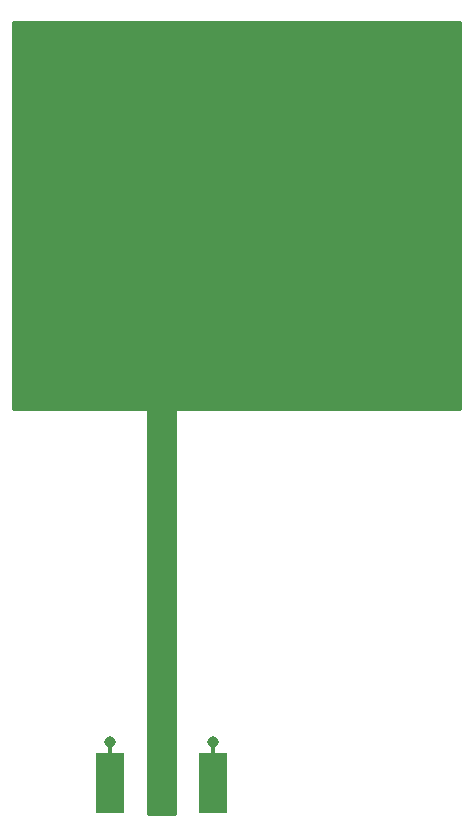
<source format=gbr>
G04 #@! TF.FileFunction,Copper,L1,Top,Signal*
%FSLAX46Y46*%
G04 Gerber Fmt 4.6, Leading zero omitted, Abs format (unit mm)*
G04 Created by KiCad (PCBNEW 4.0.5) date 02/15/17 17:22:41*
%MOMM*%
%LPD*%
G01*
G04 APERTURE LIST*
%ADD10C,0.100000*%
%ADD11R,2.290000X5.080000*%
%ADD12R,2.420000X5.080000*%
%ADD13C,0.970000*%
%ADD14R,0.460000X0.890000*%
%ADD15C,0.254000*%
G04 APERTURE END LIST*
D10*
D11*
X128905000Y-123640000D03*
D12*
X124525000Y-123640000D03*
X133285000Y-123640000D03*
D13*
X124525000Y-120200000D03*
X133285000Y-120200000D03*
D14*
X124525000Y-120650000D03*
X133285000Y-120650000D03*
D15*
G36*
X154178000Y-91948000D02*
X130175000Y-91948000D01*
X130125590Y-91958006D01*
X130083965Y-91986447D01*
X130056685Y-92028841D01*
X130048000Y-92075000D01*
X130048000Y-126238000D01*
X127762000Y-126238000D01*
X127762000Y-92075000D01*
X127751994Y-92025590D01*
X127723553Y-91983965D01*
X127681159Y-91956685D01*
X127635000Y-91948000D01*
X116332000Y-91948000D01*
X116332000Y-59182000D01*
X154178000Y-59182000D01*
X154178000Y-91948000D01*
X154178000Y-91948000D01*
G37*
X154178000Y-91948000D02*
X130175000Y-91948000D01*
X130125590Y-91958006D01*
X130083965Y-91986447D01*
X130056685Y-92028841D01*
X130048000Y-92075000D01*
X130048000Y-126238000D01*
X127762000Y-126238000D01*
X127762000Y-92075000D01*
X127751994Y-92025590D01*
X127723553Y-91983965D01*
X127681159Y-91956685D01*
X127635000Y-91948000D01*
X116332000Y-91948000D01*
X116332000Y-59182000D01*
X154178000Y-59182000D01*
X154178000Y-91948000D01*
M02*

</source>
